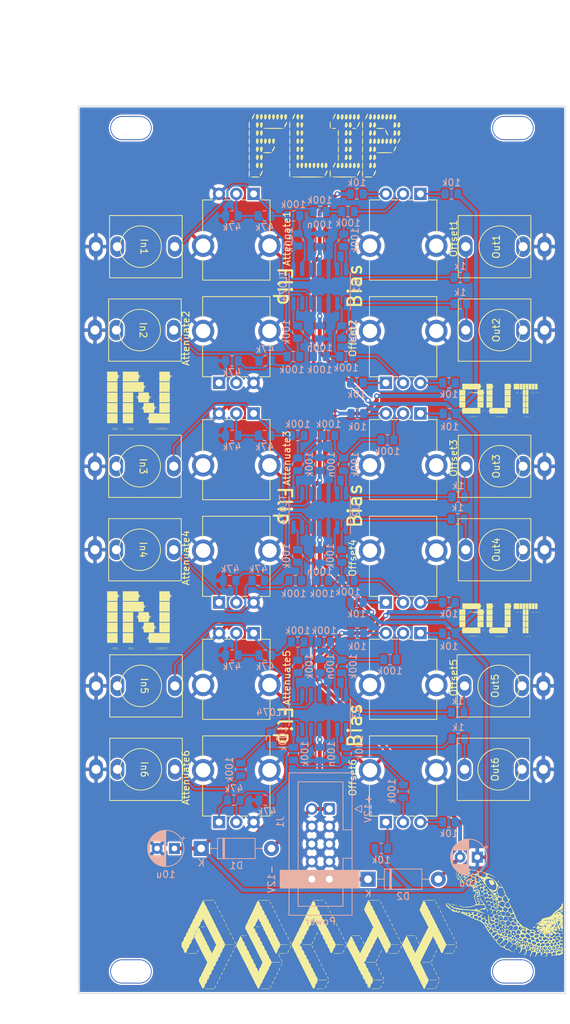
<source format=kicad_pcb>
(kicad_pcb (version 20210228) (generator pcbnew)
  (layers (0 "F.Cu" signal) (31 "B.Cu" signal) (34 "B.Paste" user) (35 "F.Paste" user) (36 "B.SilkS" user "B.Silkscreen") (37 "F.SilkS" user "F.Silkscreen") (38 "B.Mask" user) (39 "F.Mask" user) (44 "Edge.Cuts" user))
  (net 0 "")
  (net 1 "GND")
  (net 2 "+12V")
  (net 3 "-12V")
  (net 4 "Net-(D1-Pad2)")
  (net 5 "Net-(D2-Pad1)")
  (net 6 "Net-(Attenuate1-Pad2)")
  (net 7 "Net-(Attenuate1-Pad1)")
  (net 8 "Net-(Attenuate2-Pad2)")
  (net 9 "Net-(Attenuate2-Pad1)")
  (net 10 "Net-(Attenuate3-Pad2)")
  (net 11 "Net-(R5-Pad2)")
  (net 12 "Net-(R6-Pad2)")
  (net 13 "Net-(R7-Pad2)")
  (net 14 "Net-(R10-Pad1)")
  (net 15 "Net-(R15-Pad2)")
  (net 16 "Net-(R10-Pad2)")
  (net 17 "Net-(R17-Pad2)")
  (net 18 "Net-(R18-Pad2)")
  (net 19 "Net-(Attenuate3-Pad1)")
  (net 20 "Net-(Attenuate4-Pad2)")
  (net 21 "Net-(Attenuate4-Pad1)")
  (net 22 "Net-(Attenuate5-Pad2)")
  (net 23 "Net-(Attenuate5-Pad1)")
  (net 24 "Net-(Attenuate6-Pad2)")
  (net 25 "Net-(Attenuate6-Pad1)")
  (net 32 "Net-(Offset1-Pad3)")
  (net 33 "Net-(Offset1-Pad2)")
  (net 34 "Net-(Offset1-Pad1)")
  (net 35 "Net-(Offset2-Pad3)")
  (net 36 "Net-(Offset2-Pad2)")
  (net 37 "Net-(Offset2-Pad1)")
  (net 38 "Net-(Offset3-Pad3)")
  (net 39 "Net-(Offset3-Pad2)")
  (net 40 "Net-(Offset3-Pad1)")
  (net 41 "Net-(Offset4-Pad3)")
  (net 42 "Net-(Offset4-Pad2)")
  (net 43 "Net-(Offset4-Pad1)")
  (net 44 "Net-(Offset5-Pad3)")
  (net 45 "Net-(Offset5-Pad2)")
  (net 46 "Net-(Offset5-Pad1)")
  (net 47 "Net-(Offset6-Pad3)")
  (net 48 "Net-(Offset6-Pad2)")
  (net 49 "Net-(Offset6-Pad1)")
  (net 50 "Net-(Out1-Pad3)")
  (net 52 "Net-(Out2-Pad3)")
  (net 54 "Net-(Out3-Pad3)")
  (net 56 "Net-(Out4-Pad3)")
  (net 58 "Net-(Out5-Pad3)")
  (net 60 "Net-(Out6-Pad3)")
  (net 62 "Net-(R25-Pad2)")
  (net 63 "Net-(R26-Pad2)")
  (net 64 "Net-(R27-Pad2)")
  (net 65 "Net-(R28-Pad2)")
  (net 66 "Net-(R29-Pad2)")
  (net 67 "Net-(R30-Pad2)")
  (net 68 "Net-(R37-Pad2)")
  (net 69 "Net-(R38-Pad2)")
  (net 70 "Net-(R45-Pad2)")
  (net 71 "Net-(R46-Pad2)")
  (net 72 "Net-(R47-Pad2)")
  (net 73 "Net-(R48-Pad2)")
  (net 74 "Net-(R49-Pad2)")
  (net 75 "Net-(R50-Pad2)")
  (net 76 "Net-(R57-Pad2)")
  (net 77 "Net-(R58-Pad2)")
  (footprint "Potentiometer_THT:Potentiometer_GND_Alpha_RD901F-40-00D_Single_Vertical_CircularHoles" (layer "F.Cu") (at 158.71 81.905 -90)
    (fp_text reference "Offset3")
    (fp_text value "100k")
  )
  (footprint "Potentiometer_THT:Potentiometer_GND_Alpha_RD901F-40-00D_Single_Vertical_CircularHoles" (layer "F.Cu") (at 153.71 77.48 90)
    (fp_text reference "Offset2")
    (fp_text value "100k")
  )
  (footprint "kicad_libraries:OUT" (layer "F.Cu") (at 170.18 80.01)
    (fp_text reference "G***")
    (fp_text value "LOGO" hide)
  )
  (footprint "kicad_libraries:OUT" (layer "F.Cu") (at 170.18 111.76)
    (fp_text reference "G***")
    (fp_text value "LOGO" hide)
  )
  (footprint "Panel Holes:3.2mm slot" (layer "F.Cu") (at 116.84 40.64)
    (fp_text reference "REF**" hide)
    (fp_text value "3.2mm slot")
  )
  (footprint "kicad_libraries:Thonkiconn" (layer "F.Cu") (at 170.02 133.35 90)
    (fp_text reference "Out6")
    (fp_text value "Thonkiconn")
  )
  (footprint "kicad_libraries:IN" (layer "F.Cu") (at 118.11 111.76)
    (fp_text reference "G***")
    (fp_text value "LOGO" hide)
  )
  (footprint "Potentiometer_THT:Potentiometer_GND_Alpha_RD901F-40-00D_Single_Vertical_CircularHoles" (layer "F.Cu") (at 129.58 109.23 90)
    (fp_text reference "Attenuate4")
    (fp_text value "100k")
  )
  (footprint "Panel Holes:3.2mm slot" (layer "F.Cu") (at 116.84 162.56)
    (fp_text reference "REF**" hide)
    (fp_text value "3.2mm slot")
  )
  (footprint "kicad_libraries:IN" (layer "F.Cu") (at 118.11 80.01)
    (fp_text reference "G***")
    (fp_text value "LOGO" hide)
  )
  (footprint "kicad_libraries:Thonkiconn" (layer "F.Cu") (at 118.27 121.285 -90)
    (fp_text reference "In5")
    (fp_text value "Thonkiconn")
  )
  (footprint "kicad_libraries:ASCII mid size" (layer "F.Cu") (at 144.145 158.75)
    (fp_text reference "G***")
    (fp_text value "LOGO" hide)
  )
  (footprint "Potentiometer_THT:Potentiometer_GND_Alpha_RD901F-40-00D_Single_Vertical_CircularHoles" (layer "F.Cu") (at 153.71 140.98 90)
    (fp_text reference "Offset6")
    (fp_text value "100k")
  )
  (footprint "Panel Holes:3.2mm slot" (layer "F.Cu") (at 172.085 40.64)
    (fp_text reference "REF**" hide)
    (fp_text value "3.2mm slot")
  )
  (footprint "kicad_libraries:FLIP" (layer "F.Cu") (at 144.78 43.18)
    (fp_text reference "G***")
    (fp_text value "LOGO" hide)
  )
  (footprint "Potentiometer_THT:Potentiometer_GND_Alpha_RD901F-40-00D_Single_Vertical_CircularHoles" (layer "F.Cu") (at 134.58 113.655 -90)
    (fp_text reference "Attenuate5")
    (fp_text value "100k")
  )
  (footprint "kicad_libraries:Thonkiconn" (layer "F.Cu") (at 170.18 101.6 90)
    (fp_text reference "Out4")
    (fp_text value "Thonkiconn")
  )
  (footprint "kicad_libraries:small snake" (layer "F.Cu") (at 170.815 152.4)
    (fp_text reference "G***")
    (fp_text value "LOGO" hide)
  )
  (footprint "kicad_libraries:Thonkiconn" (layer "F.Cu") (at 118.11 69.85 -90)
    (fp_text reference "In2")
    (fp_text value "Thonkiconn")
  )
  (footprint "kicad_libraries:Thonkiconn" (layer "F.Cu") (at 170.02 121.285 90)
    (fp_text reference "Out5")
    (fp_text value "Thonkiconn")
  )
  (footprint "Panel Holes:3.2mm slot" (layer "F.Cu") (at 172.085 162.56)
    (fp_text reference "REF**" hide)
    (fp_text value "3.2mm slot")
  )
  (footprint "kicad_libraries:Thonkiconn" (layer "F.Cu") (at 170.18 89.535 90)
    (fp_text reference "Out3")
    (fp_text value "Thonkiconn")
  )
  (footprint "Potentiometer_THT:Potentiometer_GND_Alpha_RD901F-40-00D_Single_Vertical_CircularHoles" (layer "F.Cu") (at 129.58 140.98 90)
    (fp_text reference "Attenuate6")
    (fp_text value "100k")
  )
  (footprint "kicad_libraries:Thonkiconn" (layer "F.Cu") (at 170.18 69.85 90)
    (fp_text reference "Out2")
    (fp_text value "Thonkiconn")
  )
  (footprint "kicad_libraries:Thonkiconn" (layer "F.Cu") (at 118.27 133.35 -90)
    (fp_text reference "In6")
    (fp_text value "Thonkiconn")
  )
  (footprint "Potentiometer_THT:Potentiometer_GND_Alpha_RD901F-40-00D_Single_Vertical_CircularHoles" (layer "F.Cu") (at 158.71 50.155 -90)
    (fp_text reference "Offset1")
    (fp_text value "100k")
  )
  (footprint "Potentiometer_THT:Potentiometer_GND_Alpha_RD901F-40-00D_Single_Vertical_CircularHoles" (layer "F.Cu") (at 158.71 113.655 -90)
    (fp_text reference "Offset5")
    (fp_text value "100k")
  )
  (footprint "Potentiometer_THT:Potentiometer_GND_Alpha_RD901F-40-00D_Single_Vertical_CircularHoles" (layer "F.Cu") (at 153.71 109.23 90)
    (fp_text reference "Offset4")
    (fp_text value "100k")
  )
  (footprint "Potentiometer_THT:Potentiometer_GND_Alpha_RD901F-40-00D_Single_Vertical_CircularHoles" (layer "F.Cu") (at 129.58 77.48 90)
    (fp_text reference "Attenuate2")
    (fp_text value "100k")
  )
  (footprint "kicad_libraries:Thonkiconn" (layer "F.Cu") (at 118.245 57.785 -90)
    (fp_text reference "In1")
    (fp_text value "Thonkiconn")
  )
  (footprint "kicad_libraries:Thonkiconn" (layer "F.Cu") (at 170.18 57.785 90)
    (fp_text reference "Out1")
    (fp_text value "Thonkiconn")
  )
  (footprint "kicad_libraries:Thonkiconn" (layer "F.Cu") (at 118.11 101.6 -90)
    (fp_text reference "In4")
    (fp_text value "Thonkiconn")
  )
  (footprint "Potentiometer_THT:Potentiometer_GND_Alpha_RD901F-40-00D_Single_Vertical_CircularHoles" (layer "F.Cu") (at 134.58 50.155 -90)
    (fp_text reference "Attenuate1")
    (fp_text value "100k")
  )
  (footprint "Potentiometer_THT:Potentiometer_GND_Alpha_RD901F-40-00D_Single_Vertical_CircularHoles" (layer "F.Cu") (at 134.58 81.905 -90)
    (fp_text reference "Attenuate3")
    (fp_text value "100k")
  )
  (footprint "kicad_libraries:Thonkiconn" (layer "F.Cu") (at 118.11 89.535 -90)
    (fp_text reference "In3")
    (fp_text value "Thonkiconn")
  )
  (footprint "Resistor_SMD:R_0805_2012MetricValue" (layer "B.Cu") (at 140.97 118.4675 -90)
    (fp_text reference "R47")
    (fp_text value "100k")
  )
  (footprint "Resistor_SMD:R_0805_2012MetricValue" (layer "B.Cu") (at 140.335 73.66)
    (fp_text reference "R6")
    (fp_text value "100k")
  )
  (footprint "Connector_IDC:IDC-Header_2x05_P2.54mm_Vertical" (layer "B.Cu") (at 145.5325 139.065 180)
    (fp_text reference "J1")
    (fp_text value "Power")
  )
  (footprint "Capacitor_SMD:C_0805_2012MetricVal" (layer "B.Cu") (at 144.145 118.43 -90)
    (fp_text reference "C7")
    (fp_text value "100n")
  )
  (footprint "Resistor_SMD:R_0805_2012MetricValue" (layer "B.Cu") (at 136.1675 85.09 180)
    (fp_text reference "R22")
    (fp_text value "47k")
  )
  (footprint "Package_SO:SOIC-14_3.9x8.7mm_P1.27mm" (layer "B.Cu") (at 144.145 125.095 90)
    (fp_text reference "U3")
    (fp_text value "TL074")
  )
  (footprint "Resistor_SMD:R_0805_2012MetricValue" (layer "B.Cu") (at 140.97 102.5125 90)
    (fp_text reference "R28")
    (fp_text value "100k")
  )
  (footprint "Diode_THT:D_DO-41_SOD81_P10.16mm_Horizontal" (layer "B.Cu") (at 127 144.78)
    (fp_text reference "D1")
    (fp_text value "1N5817")
  )
  (footprint "Resistor_SMD:R_0805_2012MetricValue" (layer "B.Cu") (at 164.465 66.04)
    (fp_text reference "R20")
    (fp_text value "1k")
  )
  (footprint "Resistor_SMD:R_0805_2012MetricValue" (layer "B.Cu") (at 147.5975 89.2575 -90)
    (fp_text reference "R38")
    (fp_text value "100k")
  )
  (footprint "Resistor_SMD:R_0805_2012MetricValue" (layer "B.Cu") (at 154.305 117.475 180)
    (fp_text reference "R55")
    (fp_text value "100k")
  )
  (footprint "Resistor_SMD:R_0805_2012MetricValue" (layer "B.Cu") (at 153.9475 85.725 180)
    (fp_text reference "R35")
    (fp_text value "100k")
  )
  (footprint "Resistor_SMD:R_0805_2012MetricValue" (layer "B.Cu") (at 140.97 70.1275 90)
    (fp_text reference "R8")
    (fp_text value "100k")
  )
  (footprint "Resistor_SMD:R_0805_2012MetricValue" (layer "B.Cu") (at 140.97 89.2575 -90)
    (fp_text reference "R27")
    (fp_text value "100k")
  )
  (footprint "Resistor_SMD:R_0805_2012MetricValue" (layer "B.Cu") (at 144.145 52.705)
    (fp_text reference "R9")
    (fp_text value "100k")
  )
  (footprint "Diode_THT:D_DO-41_SOD81_P10.16mm_Horizontal" (layer "B.Cu") (at 151.13 149.225)
    (fp_text reference "D2")
    (fp_text value "1N5817")
  )
  (footprint "Resistor_SMD:R_0805_2012MetricValue" (layer "B.Cu") (at 145.415 85.09)
    (fp_text reference "R29")
    (fp_text value "100k")
  )
  (footprint "Resistor_SMD:R_0805_2012MetricValue" (layer "B.Cu") (at 147.32 102.5125 90)
    (fp_text reference "R37")
    (fp_text value "100k")
  )
  (footprint "Resistor_SMD:R_0805_2012MetricValue" (layer "B.Cu") (at 140.97 114.935)
    (fp_text reference "R45")
    (fp_text value "100k")
  )
  (footprint "Resistor_SMD:R_0805_2012MetricValue" (layer "B.Cu") (at 131.445 74.295 180)
    (fp_text reference "R3")
    (fp_text value "47k")
  )
  (footprint "Resistor_SMD:R_0805_2012MetricValue" (layer "B.Cu") (at 131.7225 137.795)
    (fp_text reference "R44")
    (fp_text value "47k")
  )
  (footprint "Resistor_SMD:R_0805_2012MetricValue" (layer "B.Cu") (at 148.2325 52.705 180)
    (fp_text reference "R15")
    (fp_text value "100k")
  )
  (footprint "Resistor_SMD:R_0805_2012MetricValue" (layer "B.Cu") (at 144.78 114.935)
    (fp_text reference "R49")
    (fp_text value "100k")
  )
  (footprint "Resistor_SMD:R_0805_2012MetricValue" (layer "B.Cu") (at 131.445 116.84 180)
    (fp_text reference "R41")
    (fp_text value "47k")
  )
  (footprint "Resistor_SMD:R_0805_2012MetricValue" (layer "B.Cu") (at 132.715 133.35 90)
    (fp_text reference "R46")
    (fp_text value "100k")
  )
  (footprint "Resistor_SMD:R_0805_2012MetricValue" (layer "B.Cu") (at 149.5025 109.22 180)
    (fp_text reference "R33")
    (fp_text value "10k")
  )
  (footprint "Resistor_SMD:R_0805_2012MetricValue" (layer "B.Cu") (at 140.6125 106.045)
    (fp_text reference "R26")
    (fp_text value "100k")
  )
  (footprint "Resistor_SMD:R_0805_2012MetricValue" (layer "B.Cu") (at 147.32 70.1275 -90)
    (fp_text reference "R17")
    (fp_text value "100k")
  )
  (footprint "Resistor_SMD:R_0805_2012MetricValue" (layer "B.Cu") (at 164.1075 97.155)
    (fp_text reference "R40")
    (fp_text value "1k")
  )
  (footprint "Resistor_SMD:R_0805_2012MetricValue" (layer "B.Cu") (at 136.1675 53.34 180)
    (fp_text reference "R2")
    (fp_text value "47k")
  )
  (footprint "Resistor_SMD:R_0805_2012MetricValue" (layer "B.Cu") (at 164.1875 93.98)
    (fp_text reference "R39")
    (fp_text value "1k")
  )
  (footprint "Resistor_SMD:R_0805_2012MetricValue" (layer "B.Cu") (at 137.16 128.905 -90)
    (fp_text reference "R48")
    (fp_text value "100k")
  )
  (footprint "Resistor_SMD:R_0805_2012MetricValue" (layer "B.Cu") (at 147.955 73.66 180)
    (fp_text reference "R16")
    (fp_text value "100k")
  )
  (footprint "Resistor_SMD:R_0805_2012MetricValue" (layer "B.Cu") (at 149.5825 81.915)
    (fp_text reference "R32")
    (fp_text value "10k")
  )
  (footprint "Resistor_SMD:R_0805_2012MetricValue" (layer "B.Cu") (at 131.445 85.09 180)
    (fp_text reference "R21")
    (fp_text value "47k")
  )
  (footprint "Resistor_SMD:R_0805_2012MetricValue" (layer "B.Cu") (at 131.0875 106.045 180)
    (fp_text reference "R23")
    (fp_text value "47k")
  )
  (footprint "Package_SO:SOIC-14_3.9x8.7mm_P1.27mm" (layer "B.Cu") (at 144.145 95.885 90)
    (fp_text reference "U2")
    (fp_text value "TL074")
  )
  (footprint "Resistor_SMD:R_0805_2012MetricValue" (layer "B.Cu") (at 144.5025 106.045)
    (fp_text reference "R30")
    (fp_text value "100k")
  )
  (footprint "Resistor_SMD:R_0805_2012MetricValue" (layer "B.Cu") (at 162.9175 81.915)
    (fp_text reference "R31")
    (fp_text value "10k")
  )
  (footprint "Capacitor_SMD:C_0805_2012MetricVal" (layer "B.Cu") (at 144.145 89.22 -90)
    (fp_text reference "C5")
    (fp_text value "100n")
  )
  (footprint "Resistor_SMD:R_0805_2012MetricValue" (layer "B.Cu") (at 164.465 62.23)
    (fp_text reference "R19")
    (fp_text value "1k")
  )
  (footprint "Resistor_SMD:R_0805_2012MetricValue" (layer "B.Cu") (at 144.145 73.66)
    (fp_text reference "R10")
    (fp_text value "100k")
  )
  (footprint "Resistor_SMD:R_0805_2012MetricValue" (layer "B.Cu") (at 140.335 53.34)
    (fp_text reference "R5")
    (fp_text value "100k")
  )
  (footprint "Resistor_SMD:R_0805_2012MetricValue" (layer "B.Cu") (at 135.255 106.045)
    (fp_text reference "R24")
    (fp_text value "47k")
  )
  (footprint "Resistor_SMD:R_0805_2012MetricValue" (layer "B.Cu") (at 140.97 56.7925 -90)
    (fp_text reference "R7")
    (fp_text value "100k")
  )
  (footprint "Resistor_SMD:R_0805_2012MetricValue" (layer "B.Cu") (at 153.035 144.78 180)
    (fp_text reference "R53")
    (fp_text value "10k")
  )
  (footprint "Capacitor_THT:CP_Radial_D5.0mm_P2.50mm" (layer "B.Cu") (at 123.125113 144.78 180)
    (fp_text reference "C1")
    (fp_text value "10u")
  )
  (footprint "Capacitor_THT:CP_Radial_D5.0mm_P2.50mm" (layer "B.Cu") (at 166.940113 146.05 180)
    (fp_text reference "C2")
    (fp_text value "10u")
  )
  (footprint "Resistor_SMD:R_0805_2012MetricValue" (layer "B.Cu") (at 149.5825 113.665)
    (fp_text reference "R52")
    (fp_text value "10k")
  )
  (footprint "Capacitor_SMD:C_0805_2012MetricVal" (layer "B.Cu") (at 144.145 131.125 -90)
    (fp_text reference "C8")
    (fp_text value "100n")
  )
  (footprint "Resistor_SMD:R_0805_2012MetricValue" (layer "B.Cu") (at 164.1075 125.095)
    (fp_text reference "R59")
    (fp_text value "1k")
  )
  (footprint "Resistor_SMD:R_0805_2012MetricValue" (layer "B.Cu") (at 131.445 53.34 180)
    (fp_text reference "R1")
    (fp_text value "47k")
  )
  (footprint "Resistor_SMD:R_0805_2012MetricValue" (layer "B.Cu") (at 162.8375 140.97 180)
    (fp_text reference "R54")
    (fp_text value "10k")
  )
  (footprint "Package_SO:SOIC-14_3.9x8.7mm_P1.27mm" (layer "B.Cu") (at 144.145 63.5 90)
    (fp_text reference "U1")
    (fp_text value "TL074")
  )
  (footprint "Resistor_SMD:R_0805_2012MetricValue" (layer "B.Cu") (at 136.2475 74.295)
    (fp_text reference "R4")
    (fp_text value "47k")
  )
  (footprint "Resistor_SMD:R_0805_2012MetricValue" (layer "B.Cu") (at 140.335 131.0875 -90)
    (fp_text reference "R50")
    (fp_text value "100k")
  )
  (footprint "Resistor_SMD:R_0805_2012MetricValue" (layer "B.Cu") (at 140.97 85.09)
    (fp_text reference "R25")
    (fp_text value "100k")
  )
  (footprint "Resistor_SMD:R_0805_2012MetricValue" (layer "B.Cu") (at 147.32 118.4675 -90)
    (fp_text reference "R58")
    (fp_text value "100k")
  )
  (footprint "Resistor_SMD:R_0805_2012MetricValue" (layer "B.Cu") (at 162.8375 113.665)
    (fp_text reference "R51")
    (fp_text value "10k")
  )
  (footprint "Resistor_SMD:R_0805_2012MetricValue" (layer "B.Cu") (at 149.5025 50.165)
    (fp_text reference "R12")
    (fp_text value "10k")
  )
  (footprint "Resistor_SMD:R_0805_2012MetricValue" (layer "B.Cu") (at 163.195 50.165)
    (fp_text reference "R11")
    (fp_text value "10k")
  )
  (footprint "Resistor_SMD:R_0805_2012MetricValue" (layer "B.Cu") (at 147.955 131.0875 90)
    (fp_text reference "R57")
    (fp_text value "100k")
  )
  (footprint "Resistor_SMD:R_0805_2012MetricValue" (layer "B.Cu") (at 162.8375 109.22 180)
    (fp_text reference "R34")
    (fp_text value "10k")
  )
  (footprint "Capacitor_SMD:C_0805_2012MetricVal" (layer "B.Cu") (at 144.145 56.835 -90)
    (fp_text reference "C3")
    (fp_text value "100n")
  )
  (footprint "Resistor_SMD:R_0805_2012MetricValue" (layer "B.Cu") (at 147.5975 56.8725 -90)
    (fp_text reference "R18")
    (fp_text value "100k")
  )
  (footprint "Resistor_SMD:R_0805_2012MetricValue" (layer "B.Cu") (at 156.21 136.525 90)
    (fp_text reference "R56")
    (fp_text value "100k")
  )
  (footprint "Resistor_SMD:R_0805_2012MetricValue" (layer "B.Cu") (at 136.2475 137.795 180)
    (fp_text reference "R43")
    (fp_text value "47k")
  )
  (footprint "Resistor_SMD:R_0805_2012MetricValue" (layer "B.Cu") (at 148.2325 106.045 180)
    (fp_text reference "R36")
    (fp_text value "100k")
  )
  (footprint "Resistor_SMD:R_0805_2012MetricValue" (layer "B.Cu") (at 149.5025 77.47 180)
    (fp_text reference "R13")
    (fp_text value "10k")
  )
  (footprint "Resistor_SMD:R_0805_2012MetricValue" (layer "B.Cu") (at 164.1875 128.905)
    (fp_text reference "R60")
    (fp_text value "1k")
  )
  (footprint "Resistor_SMD:R_0805_2012MetricValue" (layer "B.Cu") (at 136.2475 116.84 180)
    (fp_text reference "R42")
    (fp_text value "47k")
  )
  (footprint "Capacitor_SMD:C_0805_2012MetricVal" (layer "B.Cu") (at 144.145 102.55 -90)
    (fp_text reference "C6")
    (fp_text value "100n")
  )
  (footprint "Resistor_SMD:R_0805_2012MetricValue" (layer "B.Cu") (at 162.8375 77.47 180)
    (fp_text reference "R14")
    (fp_text value "10k")
  )
  (footprint "Capacitor_SMD:C_0805_2012MetricVal" (layer "B.Cu") (at 144.145 70.165 -90)
    (fp_text reference "C4")
    (fp_text value "100n")
  )
  (gr_rect (start 149.86 150.495) (end 138.43 147.955) (layer "B.SilkS") (width 0.15) (fill solid))
  (gr_rect (start 109.22 37.465) (end 179.705 165.735) (layer "Edge.Cuts") (width 0.1) (fill none))
  (gr_text "-12V" (at 137.16 149.225 90) (layer "B.SilkS") (effects (font (size 1 1)) (justify mirror)))
  (gr_text "+12V" (at 151.13 139.065 90) (layer "B.SilkS") (effects (font (size 1 1)) (justify mirror)))
  (gr_text "Flip" (at 139.065 95.25 270) (layer "F.SilkS") (effects (font (size 2 2) (thickness 0.3))))
  (gr_text "Flip" (at 139.065 63.5 270) (layer "F.SilkS") (effects (font (size 2 2) (thickness 0.3))))
  (gr_text "Bias" (at 149.225 127 90) (layer "F.SilkS") (effects (font (size 2 2) (thickness 0.3))))
  (gr_text "Bias" (at 149.225 63.5 90) (layer "F.SilkS") (effects (font (size 2 2) (thickness 0.3))))
  (gr_text "Flip" (at 139.065 127 270) (layer "F.SilkS") (effects (font (size 2 2) (thickness 0.3))))
  (gr_text "Bias" (at 149.225 95.25 90) (layer "F.SilkS") (effects (font (size 2 2) (thickness 0.3))))
  (segment (start 127 144.78) (end 123.125113 144.78) (width 0.5588) (layer "F.Cu") (net 2))
  (segment (start 127 144.78) (end 128.582111 143.197889) (width 0.5588) (layer "F.Cu") (net 2))
  (segment (start 134.407636 143.197889) (end 144.145 133.460525) (width 0.5588) (layer "F.Cu") (net 2))
  (segment (start 144.145 73.025) (end 151.13 80.01) (width 0.5588) (layer "F.Cu") (net 2))
  (segment (start 144.145 67.818) (end 144.145 73.025) (width 0.5588) (layer "F.Cu") (net 2))
  (segment (start 144.145 103.114222) (end 151.642889 110.612111) (width 0.5588) (layer "F.Cu") (net 2))
  (segment (start 144.145 100.203) (end 144.145 103.114222) (width 0.5588) (layer "F.Cu") (net 2))
  (segment (start 144.145 133.460525) (end 144.145 129.032) (width 0.5588) (layer "F.Cu") (net 2))
  (segment (start 128.582111 143.197889) (end 134.407636 143.197889) (width 0.5588) (layer "F.Cu") (net 2))
  (via (at 151.642889 110.612111) (size 0.8) (drill 0.4) (layers "F.Cu" "B.Cu") (net 2))
  (via (at 151.13 80.01) (size 0.8) (drill 0.4) (layers "F.Cu" "B.Cu") (net 2))
  (via (at 144.145 129.032) (size 0.8) (drill 0.4) (layers "F.Cu" "B.Cu") (net 2))
  (via (at 144.145 100.203) (size 0.8) (drill 0.4) (layers "F.Cu" "B.Cu") (net 2))
  (via (at 151.13 80.01) (size 0.8) (drill 0.4) (layers "F.Cu" "B.Cu") (net 2))
  (via (at 144.145 67.818) (size 0.8) (drill 0.4) (layers "F.Cu" "B.Cu") (net 2))
  (segment (start 133.027111 150.807111) (end 157.449611 150.807111) (width 0.5588) (layer "B.Cu") (net 2))
  (segment (start 148.59 77.47) (end 151.13 80.01) (width 0.5588) (layer "B.Cu") (net 2))
  (segment (start 157.449611 150.807111) (end 164.650802 150.807111) (width 0.5588) (layer "B.Cu") (net 2))
  (segment (start 151.13 80.01) (end 151.642889 80.522889) (width 0.5588) (layer "B.Cu") (net 2))
  (segment (start 166.74212 110.67288) (end 163.75 113.665) (width 0.5588) (layer "B.Cu") (net 2))
  (segment (start 151.642889 80.522889) (end 162.437889 80.522889) (width 0.5588) (layer "B.Cu") (net 2))
  (segment (start 144.145 69.215) (end 144.145 67.818) (width 0.5588) (layer "B.Cu") (net 2))
  (segment (start 164.650802 150.807111) (end 168.275 147.182913) (width 0.5588) (layer "B.Cu") (net 2))
  (segment (start 144.145 101.6) (end 144.145 100.203) (width 0.5588) (layer "B.Cu") (net 2))
  (segment (start 151.642889 111.002889) (end 152.7575 112.1175) (width 0.5588) (layer "B.Cu") (net 2))
  (segment (start 149.282111 110.612111) (end 151.642889 110.612111) (width 0.5588) (layer "B.Cu") (net 2))
  (segment (start 152.7575 112.1175) (end 162.2025 112.1175) (width 0.5588) (layer "B.Cu") (net 2))
  (segment (start 166.74212 84.82712) (end 166.74212 110.67288) (width 0.5588) (layer "B.Cu") (net 2))
  (segment (start 148.59 109.92) (end 149.282111 110.612111) (width 0.5588) (layer "B.Cu") (net 2))
  (segment (start 144.145 100.203) (end 144.145 98.36) (width 0.5588) (layer "B.Cu") (net 2))
  (segment (start 144.145 129.032) (end 144.145 127.57) (width 0.5588) (layer "B.Cu") (net 2))
  (segment (start 162.2025 112.1175) (end 163.75 113.665) (width 0.5588) (layer "B.Cu") (net 2))
  (segment (start 148.59 109.22) (end 148.59 109.92) (width 0.5588) (layer "B.Cu") (net 2))
  (segment (start 168.275 118.19) (end 163.75 113.665) (width 0.5588) (layer "B.Cu") (net 2))
  (segment (start 144.145 67.818) (end 144.145 65.975) (width 0.5588) (layer "B.Cu") (net 2))
  (segment (start 166.74212 52.79962) (end 166.74212 79.00288) (width 0.5588) (layer "B.Cu") (net 2))
  (segment (start 168.275 147.182913) (end 168.275 118.19) (width 0.5588) (layer "B.Cu") (net 2))
  (segment (start 162.437889 80.522889) (end 163.83 81.915) (width 0.5588) (layer "B.Cu") (net 2))
  (segment (start 163.83 81.915) (end 166.74212 84.82712) (width 0.5588) (layer "B.Cu") (net 2))
  (segment (start 144.145 130.175) (end 144.145 129.032) (width 0.5588) (layer "B.Cu") (net 2))
  (segment (start 152.1225 144.78) (end 152.1225 145.48) (width 0.5588) (layer "B.Cu") (net 2))
  (segment (start 127 144.78) (end 133.027111 150.807111) (width 0.5588) (layer "B.Cu") (net 2))
  (segment (start 152.1225 145.48) (end 157.449611 150.807111) (width 0.5588) (layer "B.Cu") (net 2))
  (segment (start 166.74212 79.00288) (end 163.83 81.915) (width 0.5588) (layer "B.Cu") (net 2))
  (segment (start 164.1075 50.165) (end 166.74212 52.79962) (width 0.5588) (layer "B.Cu") (net 2))
  (segment (start 151.642889 110.612111) (end 151.642889 111.002889) (width 0.5588) (layer "B.Cu") (net 2))
  (segment (start 152.4 80.045525) (end 150.530525 81.915) (width 0.5588) (layer "F.Cu") (net 3))
  (segment (start 161.29 149.200113) (end 164.440113 146.05) (width 0.5588) (layer "F.Cu") (net 3))
  (segment (start 144.145 91.567) (end 143.262889 92.449111) (width 0.5588) (layer "F.Cu") (net 3))
  (segment (start 164.440113 141.072113) (end 164.440113 146.05) (width 0.5588) (layer "F.Cu") (net 3))
  (segment (start 147.32 113.665) (end 143.262889 117.722111) (width 0.5588) (layer "F.Cu") (net 3))
  (segment (start 143.262889 117.722111) (end 143.262889 119.894889) (width 0.5588) (layer "F.Cu") (net 3))
  (segment (start 161.29 149.225) (end 161.29 149.200113) (width 0.5588) (layer "F.Cu") (net 3))
  (segment (start 144.145 84.455) (end 144.145 91.567) (width 0.5588) (layer "F.Cu") (net 3))
  (segment (start 143.262889 92.449111) (end 143.262889 117.722111) (width 0.5588) (layer "F.Cu") (net 3))
  (segment (start 143.262889 60.064111) (end 143.262889 78.492889) (width 0.5588) (layer "F.Cu") (net 3))
  (segment (start 144.145 52.705) (end 144.145 59.182) (width 0.5588) (layer "F.Cu") (net 3))
  (segment (start 143.262889 78.492889) (end 146.685 81.915) (width 0.5588) (layer "F.Cu") (net 3))
  (segment (start 153.67 111.125) (end 151.13 113.665) (width 0.5588) (layer "F.Cu") (net 3))
  (segment (start 146.685 50.165) (end 144.145 52.705) (width 0.5588) (layer "F.Cu") (net 3))
  (segment (start 146.685 81.915) (end 144.145 84.455) (width 0.5588) (layer "F.Cu") (net 3))
  (segment (start 144.145 59.182) (end 143.262889 60.064111) (width 0.5588) (layer "F.Cu") (net 3))
  (segment (start 143.262889 119.894889) (end 144.145 120.777) (width 0.5588) (layer "F.Cu") (net 3))
  (segment (start 144.145 120.777) (end 164.440113 141.072113) (width 0.5588) (layer "F.Cu") (net 3))
  (segment (start 150.530525 81.915) (end 146.685 81.915) (width 0.5588) (layer "F.Cu") (net 3))
  (segment (start 151.13 113.665) (end 147.32 113.665) (width 0.5588) (layer "F.Cu") (net 3))
  (segment (start 152.4 79.375) (end 152.4 80.045525) (width 0.5588) (layer "F.Cu") (net 3))
  (via (at 144.145 120.777) (size 0.8) (drill 0.4) (layers "F.Cu" "B.Cu") (net 3))
  (via (at 147.32 113.665) (size 0.8) (drill 0.4) (layers "F.Cu" "B.Cu") (net 3))
  (via (at 144.145 59.182) (size 0.8) (drill 0.4) (layers "F.Cu" "B.Cu") (net 3))
  (via (at 152.4 79.375) (size 0.8) (drill 0.4) (layers "F.Cu" "B.Cu") (net 3))
  (via (at 144.145 91.567) (size 0.8) (drill 0.4) (layers "F.Cu" "B.Cu") (net 3))
  (via (at 146.685 81.915) (size 0.8) (drill 0.4) (layers "F.Cu" "B.Cu") (net 3))
  (via (at 146.685 50.165) (size 0.8) (drill 0.4) (layers "F.Cu" "B.Cu") (net 3))
  (via (at 153.67 111.125) (size 0.8) (drill 0.4) (layers "F.Cu" "B.Cu") (net 3))
  (segment (start 163.75 77.47) (end 161.845 79.375) (width 0.5588) (layer "B.Cu") (net 3))
  (segment (start 164.440113 141.660113) (end 163.75 140.97) (width 0.5588) (layer "B.Cu") (net 3))
  (segment (start 161.845 79.375) (end 152.4 79.375) (width 0.5588) (layer "B.Cu") (net 3))
  (segment (start 148.67 81.915) (end 146.685 81.915) (width 0.5588) (layer "B.Cu") (net 3))
  (segment (start 144.145 61.025) (end 144.145 59.182) (width 0.5588) (layer "B.Cu") (net 3))
  (segment (start 144.145 59.182) (end 144.145 57.785) (width 0.5588) (layer "B.Cu") (net 3))
  (segment (start 154.182889 110.612111) (end 153.67 111.125) (width 0.5588) (layer "B.Cu") (net 3))
  (segment (start 144.145 91.567) (end 144.145 90.17) (width 0.5588) (layer "B.Cu") (net 3))
  (segment (start 144.145 120.777) (end 144.145 119.38) (width 0.5588) (layer "B.Cu") (net 3))
  (segment (start 144.145 122.62) (end 144.145 120.777) (width 0.5588) (layer "B.Cu") (net 3))
  (segment (start 148.67 113.665) (end 147.32 113.665) (width 0.5588) (layer "B.Cu") (net 3))
  (segment (start 162.357889 110.612111) (end 154.182889 110.612111) (width 0.5588) (layer "B.Cu") (net 3))
  (segment (start 164.440113 146.05) (end 164.440113 141.660113) (width 0.5588) (layer "B.Cu") (net 3))
  (segment (start 144.145 93.41) (end 144.145 91.567) (width 0.5588) (layer "B.Cu") (net 3))
  (segment (start 148.59 50.165) (end 146.685 50.165) (width 0.5588) (layer "B.Cu") (net 3))
  (segment (start 163.75 109.22) (end 162.357889 110.612111) (width 0.5588) (layer "B.Cu") (net 3))
  (segment (start 142.9925 139.065) (end 145.5325 139.065) (width 0.5588) (layer "F.Cu") (net 4))
  (segment (start 142.875 139.065) (end 142.9925 139.065) (width 0.5588) (layer "F.Cu") (net 4))
  (segment (start 137.16 144.78) (end 142.875 139.065) (width 0.5588) (layer "F.Cu") (net 4))
  (segment (start 142.9925 149.225) (end 145.5325 149.225) (width 0.5588) (layer "F.Cu") (net 5))
  (segment (start 145.5325 149.225) (end 151.13 149.225) (width 0.5588) (layer "F.Cu") (net 5))
  (segment (start 140.117922 62.4325) (end 139.807711 62.122289) (width 0.3048) (layer "B.Cu") (net 6))
  (segment (start 135.412981 53.34) (end 135.255 53.34) (width 0.3048) (layer "B.Cu") (net 6))
  (segment (start 142.875 61.025) (end 142.875 62) (width 0.3048) (layer "B.Cu") (net 6))
  (segment (start 132.08 53.0625) (end 132.3575 53.34) (width 0.3048) (layer "B.Cu") (net 6))
  (segment (start 142.875 62) (end 142.4425 62.4325) (width 0.3048) (layer "B.Cu") (net 6))
  (segment (start 142.4425 62.4325) (end 140.117922 62.4325) (width 0.3048) (layer "B.Cu") (net 6))
  (segment (start 138.804311 56.73133) (end 135.412981 53.34) (width 0.3048) (layer "B.Cu") (net 6))
  (segment (start 138.804311 61.118889) (end 138.804311 56.73133) (width 0.3048) (layer "B.Cu") (net 6))
  (segment (start 132.08 50.155) (end 132.08 53.0625) (width 0.3048) (layer "B.Cu") (net 6))
  (segment (start 140.117922 62.4325) (end 138.804311 61.118889) (width 0.3048) (layer "B.Cu") (net 6))
  (segment (start 132.3575 53.34) (end 135.255 53.34) (width 0.3048) (layer "B.Cu") (net 6))
  (segment (start 130.784311 49.668308) (end 131.50193 48.950689) (width 0.3048) (layer "B.Cu") (net 7))
  (segment (start 137.08 53.34) (end 139.4225 53.34) (width 0.3048) (layer "B.Cu") (net 7))
  (segment (start 137.08 52.655) (end 137.08 53.34) (width 0.3048) (layer "B.Cu") (net 7))
  (segment (start 130.784311 50.73307) (end 130.784311 49.668308) (width 0.3048) (layer "B.Cu") (net 7))
  (segment (start 123.165 57.785) (end 123.732381 57.785) (width 0.3048) (layer "B.Cu") (net 7))
  (segment (start 134.58 50.155) (end 137.08 52.655) (width 0.3048) (layer "B.Cu") (net 7))
  (segment (start 123.732381 57.785) (end 130.784311 50.73307) (width 0.3048) (layer "B.Cu") (net 7))
  (segment (start 131.50193 48.950689) (end 133.375689 48.950689) (width 0.3048) (layer "B.Cu") (net 7))
  (segment (start 133.375689 48.950689) (end 134.58 50.155) (width 0.3048) (layer "B.Cu") (net 7))
  (segment (start 132.08 77.48) (end 132.08 74.5725) (width 0.3048) (layer "B.Cu") (net 8))
  (segment (start 136.15568 75.29932) (end 137.16 74.295) (width 0.3048) (layer "B.Cu") (net 8))
  (segment (start 142.875 65) (end 142.11396 64.23896) (width 0.3048) (layer "B.Cu") (net 8))
  (segment (start 132.08 74.5725) (end 132.3575 74.295) (width 0.3048) (layer "B.Cu") (net 8))
  (segment (start 142.11396 64.23896) (end 139.59604 64.23896) (width 0.3048) (layer "B.Cu") (net 8))
  (segment (start 140.335 74.250998) (end 139.655998 74.93) (width 0.3048) (layer "B.Cu") (net 8))
  (segment (start 139.27396 64.56104) (end 139.27396 72.007962) (width 0.3048) (layer "B.Cu") (net 8))
  (segment (start 132.3575 74.295) (end 133.36182 75.29932) (width 0.3048) (layer "B.Cu") (net 8))
  (segment (start 139.59604 64.23896) (end 139.27396 64.56104) (width 0.3048) (layer "B.Cu") (net 8))
  (segment (start 137.795 74.93) (end 137.16 74.295) (width 0.3048) (layer "B.Cu") (net 8))
  (segment (start 142.875 65.975) (end 142.875 65) (width 0.3048) (layer "B.Cu") (net 8))
  (segment (start 140.335 73.069002) (end 140.335 74.250998) (width 0.3048) (layer "B.Cu") (net 8))
  (segment (start 139.27396 72.007962) (end 140.335 73.069002) (width 0.3048) (layer "B.Cu") (net 8))
  (segment (start 139.655998 74.93) (end 137.795 74.93) (width 0.3048) (layer "B.Cu") (net 8))
  (segment (start 133.36182 75.29932) (end 136.15568 75.29932) (width 0.3048) (layer "B.Cu") (net 8))
  (segment (start 135.335 74.295) (end 134.33068 73.29068) (width 0.3048) (layer "B.Cu") (net 9))
  (segment (start 131.445 75.615) (end 129.58 77.48) (width 0.3048) (layer "B.Cu") (net 9))
  (segment (start 126.47068 73.29068) (end 131.858322 73.29068) (width 0.3048) (layer "B.Cu") (net 9))
  (segment (start 134.33068 73.29068) (end 131.858322 73.29068) (width 0.3048) (layer "B.Cu") (net 9))
  (segment (start 139.05318 73.29068) (end 139.4225 73.66) (width 0.3048) (layer "B.Cu") (net 9))
  (segment (start 123.03 69.85) (end 126.47068 73.29068) (width 0.3048) (layer "B.Cu") (net 9))
  (segment (start 135.335 74.295) (end 136.33932 73.29068) (width 0.3048) (layer "B.Cu") (net 9))
  (segment (start 131.445 73.704002) (end 131.445 75.615) (width 0.3048) (layer "B.Cu") (net 9))
  (segment (start 131.858322 73.29068) (end 131.445 73.704002) (width 0.3048) (layer "B.Cu") (net 9))
  (segment (start 136.33932 73.29068) (end 139.05318 73.29068) (width 0.3048) (layer "B.Cu") (net 9))
  (segment (start 132.08 81.905) (end 132.08 84.8125) (width 0.3048) (layer "B.Cu") (net 10))
  (segment (start 132.08 84.8125) (end 132.3575 85.09) (width 0.3048) (layer "B.Cu") (net 10))
  (segment (start 138.804311 94.149788) (end 138.804311 88.48133) (width 0.3048) (layer "B.Cu") (net 10))
  (segment (start 142.01 95.25) (end 139.904523 95.25) (width 0.3048) (layer "B.Cu") (net 10))
  (segment (start 138.804311 88.48133) (end 135.412981 85.09) (width 0.3048) (layer "B.Cu") (net 10))
  (segment (start 142.875 93.41) (end 142.875 94.385) (width 0.3048) (layer "B.Cu") (net 10))
  (segment (start 135.412981 85.09) (end 135.255 85.09) (width 0.3048) (layer "B.Cu") (net 10))
  (segment (start 139.904523 95.25) (end 138.804311 94.149788) (width 0.3048) (layer "B.Cu") (net 10))
  (segment (start 132.3575 85.09) (end 135.255 85.09) (width 0.3048) (layer "B.Cu") (net 10))
  (segment (start 142.875 94.385) (end 142.01 95.25) (width 0.3048) (layer "B.Cu") (net 10))
  (segment (start 141.605 61.025) (end 141.605 60.05) (width 0.3048) (layer "B.Cu") (net 11))
  (segment (start 141.2475 55.6025) (end 140.97 55.88) (width 0.3048) (layer "B.Cu") (net 11))
  (segment (start 141.97432 59.68068) (end 141.97432 56.88432) (width 0.3048) (layer "B.Cu") (net 11))
  (segment (start 141.97432 56.88432) (end 140.97 55.88) (width 0.3048) (layer "B.Cu") (net 11))
  (segment (start 141.605 60.05) (end 141.97432 59.68068) (width 0.3048) (layer "B.Cu") (net 11))
  (segment (start 141.2475 53.34) (end 141.2475 55.6025) (width 0.3048) (layer "B.Cu") (net 11))
  (segment (start 141.30068 64.69568) (end 139.989742 64.69568) (width 0.3048) (layer "B.Cu") (net 12))
  (segment (start 141.605 65) (end 141.30068 64.69568) (width 0.3048) (layer "B.Cu") (net 12))
  (segment (start 139.73068 69.80068) (end 140.97 71.04) (width 0.3048) (layer "B.Cu") (net 12))
  (segment (start 139.989742 64.69568) (end 139.73068 64.954742) (width 0.3048) (layer "B.Cu") (net 12))
  (segment (start 140.97 73.3825) (end 141.2475 73.66) (width 0.3048) (layer "B.Cu") (net 12))
  (segment (start 141.605 65.975) (end 141.605 65) (width 0.3048) (layer "B.Cu") (net 12))
  (segment (start 139.73068 64.954742) (end 139.73068 69.80068) (width 0.3048) (layer "B.Cu") (net 12))
  (segment (start 140.97 71.04) (end 140.97 73.3825) (width 0.3048) (layer "B.Cu") (net 12))
  (segment (start 140.70432 52.33568) (end 140.283322 52.756678) (width 0.3048) (layer "B.Cu") (net 13))
  (segment (start 139.96568 56.70068) (end 140.97 57.705) (width 0.3048) (layer "B.Cu") (net 13))
  (segment (start 142.86318 52.33568) (end 140.70432 52.33568) (width 0.3048) (layer "B.Cu") (net 13))
  (segment (start 143.2325 52.705) (end 142.86318 52.33568) (width 0.3048) (layer "B.Cu") (net 13))
  (segment (start 139.96568 55.380822) (end 139.96568 56.70068) (width 0.3048) (layer "B.Cu") (net 13))
  (segment (start 140.283322 52.756678) (end 140.283322 55.06318) (width 0.3048) (layer "B.Cu") (net 13))
  (segment (start 140.283322 55.06318) (end 139.96568 55.380822) (width 0.3048) (layer "B.Cu") (net 13))
  (segment (start 140.335 61.025) (end 140.335 58.34) (width 0.3048) (layer "B.Cu") (net 13))
  (segment (start 140.335 58.34) (end 140.97 57.705) (width 0.3048) (layer "B.Cu") (net 13))
  (segment (start 140.97 69.215) (end 140.97 69.455998) (width 0.3048) (layer "B.Cu") (net 14))
  (segment (start 140.335 68.58) (end 140.97 69.215) (width 0.3048) (layer "B.Cu") (net 14))
  (segment (start 143.2325 71.718498) (end 143.2325 73.66) (width 0.3048) (layer "B.Cu") (net 14))
  (segment (start 140.97 69.455998) (end 143.2325 71.718498) (width 0.3048) (layer "B.Cu") (net 14))
  (segment (start 140.335 65.975) (end 140.335 68.58) (width 0.3048) (layer "B.Cu") (net 14))
  (segment (start 147.5975 55.96) (end 147.5975 52.9825) (width 0.3048) (layer "B.Cu") (net 15))
  (segment (start 146.385 57.45) (end 147.5975 56.2375) (width 0.3048) (layer "B.Cu") (net 15))
  (segment (start 147.5975 52.9825) (end 147.32 52.705) (width 0.3048) (layer "B.Cu") (net 15))
  (segment (start 146.685 61.025) (end 146.385 60.725) (width 0.3048) (layer "B.Cu") (net 15))
  (segment (start 147.5975 56.2375) (end 147.5975 55.96) (width 0.3048) (layer "B.Cu") (net 15))
  (segment (start 145.0575 52.705) (end 147.32 52.705) (width 0.3048) (layer "B.Cu") (net 15))
  (segment (start 146.385 60.725) (end 146.385 57.45) (width 0.3048) (layer "B.Cu") (net 15))
  (segment (start 147.32 69.215) (end 146.31568 70.21932) (width 0.3048) (layer "B.Cu") (net 16))
  (segment (start 147.32 66.61) (end 146.685 65.975) (width 0.3048) (layer "B.Cu") (net 16))
  (segment (start 145.0575 73.66) (end 147.0425 73.66) (width 0.3048) (layer "B.Cu") (net 16))
  (segment (start 147.32 69.215) (end 147.32 66.61) (width 0.3048) (layer "B.Cu") (net 16))
  (segment (start 146.31568 70.21932) (end 146.31568 72.93318) (width 0.3048) (layer "B.Cu") (net 16))
  (segment (start 146.31568 72.93318) (end 147.0425 73.66) (width 0.3048) (layer "B.Cu") (net 16))
  (segment (start 147.32 71.04) (end 147.32 70.485) (width 0.3048) (layer "B.Cu") (net 17))
  (segment (start 163.4875 65.975) (end 163.5525 66.04) (width 0.3048) (layer "B.Cu") (net 17))
  (segment (start 147.77318 70.03182) (end 148.006678 70.03182) (width 0.3048) (layer "B.Cu") (net 17))
  (segment (start 148.32432 66.34432) (end 147.955 65.975) (width 0.3048) (layer "B.Cu") (net 17))
  (segment (start 147.32 70.485) (end 147.77318 70.03182) (width 0.3048) (layer "B.Cu") (net 17))
  (segment (start 148.006678 70.03182) (end 148.32432 69.714178) (width 0.3048) (layer "B.Cu") (net 17))
  (segment (start 147.955 65.975) (end 163.4875 65.975) (width 0.3048) (layer "B.Cu") (net 17))
  (segment (start 148.32432 69.714178) (end 148.32432 66.34432) (width 0.3048) (layer "B.Cu") (net 17))
  (segment (start 147.955 61.025) (end 149.16 62.23) (width 0.3048) (layer "B.Cu") (net 18))
  (segment (start 147.955 58.1425) (end 147.5975 57.785) (width 0.3048) (layer "B.Cu") (net 18))
  (segment (start 147.955 61.025) (end 147.955 58.1425) (width 0.3048) (layer "B.Cu") (net 18))
  (segment (start 149.16 62.23) (end 163.5525 62.23) (width 0.3048) (layer "B.Cu") (net 18))
  (segment (start 134.58 81.905) (end 137.08 84.405) (width 0.3048) (layer "B.Cu") (net 19))
  (segment (start 123.03 86.672619) (end 129.057619 80.645) (width 0.3048) (layer "B.Cu") (net 19))
  (segment (start 137.08 85.09) (end 140.0575 85.09) (width 0.3048) (layer "B.Cu") (net 19))
  (segment (start 137.08 84.405) (end 137.08 85.09) (width 0.3048) (layer "B.Cu") (net 19))
  (segment (start 129.057619 80.645) (end 133.32 80.645) (width 0.3048) (layer "B.Cu") (net 19))
  (segment (start 133.32 80.645) (end 134.58 81.905) (width 0.3048) (layer "B.Cu") (net 19))
  (segment (start 123.03 89.535) (end 123.03 86.672619) (width 0.3048) (layer "B.Cu") (net 19))
  (segment (start 132 106.045) (end 133.00432 105.04068) (width 0.3048) (layer "B.Cu") (net 20))
  (segment (start 132.08 109.23) (end 132.08 106.125) (width 0.3048) (layer "B.Cu") (net 20))
  (segment (start 136.8025 106.045) (end 139.24328 103.60422) (width 0.3048) (layer "B.Cu") (net 20))
  (segment (start 141.365358 96.49578) (end 142.875 98.005422) (width 0.3048) (layer "B.Cu") (net 20))
  (segment (start 139.24328 103.60422) (end 139.24328 97.181238) (width 0.3048) (layer "B.Cu") (net 20))
  (segment (start 136.1675 105.6875) (end 136.1675 106.045) (width 0.3048) (layer "B.Cu") (net 20))
  (segment (start 139.24328 97.181238) (end 139.928743 96.49578) (width 0.3048) (layer "B.Cu") (net 20))
  (segment (start 132.08 106.125) (end 132 106.045) (width 0.3048) (layer "B.Cu") (net 20))
  (segment (start 135.52068 105.04068) (end 136.1675 105.6875) (width 0.3048) (layer "B.Cu") (net 20))
  (segment (start 136.1675 106.045) (end 136.8025 106.045) (width 0.3048) (layer "B.Cu") (net 20))
  (segment (start 133.00432 105.04068) (end 135.52068 105.04068) (width 0.3048) (layer "B.Cu") (net 20))
  (segment (start 139.928743 96.49578) (end 141.365358 96.49578) (width 0.3048) (layer "B.Cu") (net 20))
  (segment (start 142.875 98.005422) (end 142.875 98.36) (width 0.3048) (layer "B.Cu") (net 20))
  (segment (start 133.375689 107.011811) (end 134.3425 106.045) (width 0.3048) (layer "B.Cu") (net 21))
  (segment (start 135.34682 107.04932) (end 138.69568 107.04932) (width 0.3048) (layer "B.Cu") (net 21))
  (segment (start 130.784311 110.434311) (end 132.770705 110.434311) (width 0.3048) (layer "B.Cu") (net 21))
  (segment (start 138.69568 107.04932) (end 139.7 106.045) (width 0.3048) (layer "B.Cu") (net 21))
  (segment (start 133.375689 109.829327) (end 133.375689 107.011811) (width 0.3048) (layer "B.Cu") (net 21))
  (segment (start 129.58 109.23) (end 130.784311 110.434311) (width 0.3048) (layer "B.Cu") (net 21))
  (segment (start 134.3425 106.045) (end 135.34682 107.04932) (width 0.3048) (layer "B.Cu") (net 21))
  (segment (start 129.58 109.23) (end 129.58 108.15) (width 0.3048) (layer "B.Cu") (net 21))
  (segment (start 132.770705 110.434311) (end 133.375689 109.829327) (width 0.3048) (layer "B.Cu") (net 21))
  (segment (start 129.58 108.15) (end 123.03 101.6) (width 0.3048) (layer "B.Cu") (net 21))
  (segment (start 129.58 108.15) (end 126.47068 105.04068) (width 0.3048) (layer "B.Cu") (net 21))
  (segment (start 138.804311 119.754311) (end 136.89432 117.84432) (width 0.3048) (layer "B.Cu") (net 22))
  (segment (start 138.804311 123.359789) (end 138.804311 119.754311) (width 0.3048) (layer "B.Cu") (net 22))
  (segment (start 132.3575 116.84) (end 135.335 116.84) (width 0.3048) (layer "B.Cu") (net 22))
  (segment (start 136.25932 117.84432) (end 135.335 116.92) (width 0.3048) (layer "B.Cu") (net 22))
  (segment (start 132.08 116.5625) (end 132.3575 116.84) (width 0.3048) (layer "B.Cu") (net 22))
  (segment (start 142.875 122.62) (end 142.875 123.595) (width 0.3048) (layer "B.Cu") (net 22))
  (segment (start 139.800562 124.35604) (end 138.804311 123.359789) (width 0.3048) (layer "B.Cu") (net 22))
  (segment (start 132.08 113.655) (end 132.08 116.5625) (width 0.3048) (layer "B.Cu") (net 22))
  (segment (start 142.875 123.595) (end 142.11396 124.35604) (width 0.3048) (layer "B.Cu") (net 22))
  (segment (start 142.11396 124.35604) (end 139.800562 124.35604) (width 0.3048) (layer "B.Cu") (net 22))
  (segment (start 136.89432 117.84432) (end 136.25932 117.84432) (width 0.3048) (layer "B.Cu") (net 22))
  (segment (start 135.335 116.92) (end 135.335 116.84) (width 0.3048) (layer "B.Cu") (net 22))
  (segment (start 132.770689 112.450689) (end 133.975 113.655) (width 0.3048) (layer "B.Cu") (net 23))
  (segment (start 123.19 118.262619) (end 129.00193 112.450689) (width 0.3048) (layer "B.Cu") (net 23))
  (segment (start 133.975 113.655) (end 134.58 113.655) (width 0.3048) (layer "B.Cu") (net 23))
  (segment (start 129.00193 112.450689) (end 132.770689 112.450689) (width 0.3048) (layer "B.Cu") (net 23))
  (segment (start 123.19 121.285) (end 123.19 118.262619) (width 0.3048) (layer "B.Cu") (net 23))
  (segment (start 138.1525 116.84) (end 140.0575 114.935) (width 0.3048) (layer "B.Cu") (net 23))
  (segment (start 137.16 116.84) (end 138.1525 116.84) (width 0.3048) (layer "B.Cu") (net 23))
  (segment (start 134.58 113.655) (end 134.58 114.26) (width 0.3048) (layer "B.Cu") (net 23))
  (segment (start 134.58 114.26) (end 137.16 116.84) (width 0.3048) (layer "B.Cu") (net 23))
  (segment (start 132.08 140.98) (end 132.08 138.35) (width 0.3048) (layer "B.Cu") (net 24))
  (segment (start 133.63932 136.79068) (end 136.15568 136.79068) (width 0.3048) (layer "B.Cu") (net 24))
  (segment (start 137.16 137.795) (end 137.16 137.095) (width 0.3048) (layer "B.Cu") (net 24))
  (segment (start 132.08 138.35) (end 132.635 137.795) (width 0.3048) (layer "B.Cu") (net 24))
  (segment (start 139.33068 131.36114) (end 139.7 130.99182) (width 0.3048) (layer "B.Cu") (net 24))
  (segment (start 132.635 137.795) (end 133.63932 136.79068) (width 0.3048) (layer "B.Cu") (net 24))
  (segment (start 142.875 129.54) (end 142.875 127.57) (width 0.3048) (layer "B.Cu") (net 24))
  (segment (start 137.16 137.095) (end 139.33068 134.92432) (width 0.3048) (layer "B.Cu") (net 24))
  (segment (start 136.15568 136.79068) (end 137.16 137.795) (width 0.3048) (layer "B.Cu") (net 24))
  (segment (start 139.7 130.99182) (end 141.42318 130.99182) (width 0.3048) (layer "B.Cu") (net 24))
  (segment (start 139.33068 134.92432) (end 139.33068 131.36114) (width 0.3048) (layer "B.Cu") (net 24))
  (segment (start 141.42318 130.99182) (end 142.875 129.54) (width 0.3048) (layer "B.Cu") (net 24))
  (segment (start 130.81 136.1675) (end 132.715 134.2625) (width 0.3048) (layer "B.Cu") (net 25))
  (segment (start 123.19 133.35) (end 126.0075 136.1675) (width 0.3048) (layer "B.Cu") (net 25))
  (segment (start 129.58 140.98) (end 129.58 139.025) (width 0.3048) (layer "B.Cu") (net 25))
  (segment (start 126.0075 136.1675) (end 130.81 136.1675) (width 0.3048) (layer "B.Cu") (net 25))
  (segment (start 129.58 139.025) (end 130.81 137.795) (width 0.3048) (layer "B.Cu") (net 25))
  (segment (start 130.81 137.795) (end 130.81 136.1675) (width 0.3048) (layer "B.Cu") (net 25))
  (segment (start 150.415 50.165) (end 153.7 50.165) (width 0.3048) (layer "B.Cu") (net 32))
  (segment (start 153.7 50.165) (end 153.71 50.155) (width 0.3048) (layer "B.Cu") (net 32))
  (segment (start 149.145 52.705) (end 153.66 52.705) (width 0.3048) (layer "B.Cu") (net 33))
  (segment (start 153.66 52.705) (end 156.21 50.155) (width 0.3048) (layer "B.Cu") (net 33))
  (segment (start 158.71 50.155) (end 162.2725 50.155) (width 0.3048) (layer "B.Cu") (net 34))
  (segment (start 162.2725 50.155) (end 162.2825 50.165) (width 0.3048) (layer "B.Cu") (net 34))
  (segment (start 161.915 77.48) (end 161.925 77.47) (width 0.3048) (layer "B.Cu") (net 35))
  (segment (start 158.71 77.48) (end 161.915 77.48) (width 0.3048) (layer "B.Cu") (net 35))
  (segment (start 152.39 73.66) (end 156.21 77.48) (width 0.3048) (layer "B.Cu") (net 36))
  (segment (start 148.8675 73.66) (end 152.39 73.66) (width 0.3048) (layer "B.Cu") (net 36))
  (segment (start 153.7 77.47) (end 153.71 77.48) (width 0.3048) (layer "B.Cu") (net 37))
  (segment (start 150.415 77.47) (end 153.7 77.47) (width 0.3048) (layer "B.Cu") (net 37))
  (segment (start 150.495 81.915) (end 153.7 81.915) (width 0.3048) (layer "B.Cu") (net 38))
  (segment (start 153.7 81.915) (end 153.71 81.905) (width 0.3048) (layer "B.Cu") (net 38))
  (segment (start 154.86 83.255) (end 156.21 81.905) (width 0.3048) (layer "B.Cu") (net 39))
  (segment (start 154.86 85.725) (end 154.86 83.255) (width 0.3048) (layer "B.Cu") (net 39))
  (segment (start 158.71 81.905) (end 161.995 81.905) (width 0.3048) (layer "B.Cu") (net 40))
  (segment (start 161.995 81.905) (end 162.005 81.915) (width 0.3048) (layer "B.Cu") (net 40))
  (segment (start 158.71 109.23) (end 161.915 109.23) (width 0.3048) (layer "B.Cu") (net 41))
  (segment (start 161.915 109.23) (end 161.925 109.22) (width 0.3048) (layer "B.Cu") (net 41))
  (segment (start 153.025 106.045) (end 156.21 109.23) (width 0.3048) (layer "B.Cu") (net 42))
  (segment (start 149.145 106.045) (end 153.025 106.045) (width 0.3048) (layer "B.Cu") (net 42))
  (segment (start 150.415 109.22) (end 153.7 109.22) (width 0.3048) (layer "B.Cu") (net 43))
  (segment (start 153.7 109.22) (end 153.71 109.23) (width 0.3048) (layer "B.Cu") (net 43))
  (segment (start 153.71 113.655) (end 150.505 113.655) (width 0.3048) (layer "B.Cu") (net 44))
  (segment (start 150.505 113.655) (end 150.495 113.665) (width 0.3048) (layer "B.Cu") (net 44))
  (segment (start 155.2175 114.6475) (end 156.21 113.655) (width 0.3048) (layer "B.Cu") (net 45))
  (segment (start 155.2175 117.475) (end 155.2175 114.6475) (width 0.3048) (layer "B.Cu") (net 45))
  (segment (start 161.925 113.665) (end 158.72 113.665) (width 0.3048) (layer "B.Cu") (net 46))
  (segment (start 158.72 113.665) (end 158.71 113.655) (width 0.3048) (layer "B.Cu") (net 46))
  (segment (start 161.915 140.98) (end 161.925 140.97) (width 0.3048) (layer "B.Cu") (net 47))
  (segment (start 158.71 140.98) (end 161.915 140.98) (width 0.3048) (layer "B.Cu") (net 47))
  (segment (start 156.21 140.98) (end 156.21 137.4375) (width 0.3048) (layer "B.Cu") (net 48))
  (segment (start 153.9475 141.2175) (end 153.71 140.98) (width 0.3048) (layer "B.Cu") (net 49))
  (segment (start 153.9475 144.78) (end 153.9475 141.2175) (width 0.3048) (layer "B.Cu") (net 49))
  (segment (start 165.3775 57.9025) (end 165.26 57.785) (width 0.3048) (layer "B.Cu") (net 50))
  (segment (start 165.3775 62.23) (end 165.3775 57.9025) (width 0.3048) (layer "B.Cu") (net 50))
  (segment (start 165.3775 66.04) (end 165.3775 69.7325) (width 0.3048) (layer "B.Cu") (net 52))
  (segment (start 165.3775 69.7325) (end 165.26 69.85) (width 0.3048) (layer "B.Cu") (net 52))
  (segment (start 165.1 93.98) (end 165.1 89.695) (width 0.3048) (layer "B.Cu") (net 54))
  (segment (start 165.1 89.695) (end 165.26 89.535) (width 0.3048) (layer "B.Cu") (net 54))
  (segment (start 165.26 97.395) (end 165.02 97.155) (width 0.3048) (layer "B.Cu") (net 56))
  (segment (start 165.26 101.6) (end 165.26 97.395) (width 0.3048) (layer "B.Cu") (net 56))
  (segment (start 165.02 125.095) (end 165.02 121.365) (width 0.3048) (layer "B.Cu") (net 58))
  (segment (start 165.02 121.365) (end 165.1 121.285) (width 0.3048) (layer "B.Cu") (net 58))
  (segment (start 165.1 133.35) (end 165.1 128.905) (width 0.3048) (layer "B.Cu") (net 60))
  (segment (start 140.97 88.345) (end 140.97 86.0025) (width 0.3048) (layer "B.Cu") (net 62))
  (segment (start 141.605 93.41) (end 141.605 94.385) (width 0.3048) (layer "B.Cu") (net 62))
  (segment (start 140.97 86.0025) (end 141.8825 85.09) (width 0.3048) (layer "B.Cu") (net 62))
  (segment (start 141.30068 94.68932) (end 139.989742 94.68932) (width 0.3048) (layer "B.Cu") (net 62))
  (segment (start 139.73068 89.58432) (end 140.97 88.345) (width 0.3048) (layer "B.Cu") (net 62))
  (segment (start 139.989742 94.68932) (end 139.73068 94.430258) (width 0.3048) (layer "B.Cu") (net 62))
  (segment (start 141.605 94.385) (end 141.30068 94.68932) (width 0.3048) (layer "B.Cu") (net 62))
  (segment (start 139.73068 94.430258) (end 139.73068 89.58432) (width 0.3048) (layer "B.Cu") (net 62))
  (segment (start 141.605 98.36) (end 141.605 97.385) (width 0.3048) (layer "B.Cu") (net 63))
  (segment (start 141.525 106.045) (end 141.525 103.98) (width 0.3048) (layer "B.Cu") (net 63))
  (segment (start 141.605 97.385) (end 141.1725 96.9525) (width 0.3048) (layer "B.Cu") (net 63))
  (segment (start 141.1725 96.9525) (end 140.117922 96.9525) (width 0.3048) (layer "B.Cu") (net 63))
  (segment (start 140.117922 96.9525) (end 139.7 97.370422) (width 0.3048) (layer "B.Cu") (net 63))
  (segment (start 139.7 102.155) (end 140.97 103.425) (width 0.3048) (layer "B.Cu") (net 63))
  (segment (start 139.7 97.370422) (end 139.7 102.155) (width 0.3048) (layer "B.Cu") (net 63))
  (segment (start 141.525 103.98) (end 140.97 103.425) (width 0.3048) (layer "B.Cu") (net 63))
  (segment (start 141.97432 89.16568) (end 141.97432 87.61818) (width 0.3048) (layer "B.Cu") (net 64))
  (segment (start 141.97432 87.61818) (end 144.5025 85.09) (width 0.3048) (layer "B.Cu") (net 64))
  (segment (start 140.335 90.805) (end 140.97 90.17) (width 0.3048) (layer "B.Cu") (net 64))
  (segment (start 140.335 93.41) (end 140.335 90.805) (width 0.3048) (layer "B.Cu") (net 64))
  (segment (start 140.97 90.17) (end 141.97432 89.16568) (width 0.3048) (layer "B.Cu") (net 64))
  (segment (start 140.97 98.995) (end 140.335 98.36) (width 0.3048) (layer "B.Cu") (net 65))
  (segment (start 143.11568 105.57068) (end 143.59 106.045) (width 0.3048) (layer "B.Cu") (net 65))
  (segment (start 140.97 101.6) (end 143.11568 103.74568) (width 0.3048) (layer "B.Cu") (net 65))
  (segment (start 143.11568 103.74568) (end 143.11568 105.57068) (width 0.3048) (layer "B.Cu") (net 65))
  (segment (start 140.97 101.6) (end 140.97 98.995) (width 0.3048) (layer "B.Cu") (net 65))
  (segment (start 146.385 89.5575) (end 147.5975 88.345) (width 0.3048) (layer "B.Cu") (net 66))
  (segment (start 146.685 93.41) (end 146.385 93.11) (width 0.3048) (layer "B.Cu") (net 66))
  (segment (start 150.2175 85.725) (end 153.035 85.725) (width 0.3048) (layer "B.Cu") (net 66))
  (segment (start 146.3275 87.075) (end 147.5975 88.345) (width 0.3048) (layer "B.Cu") (net 66))
  (segment (start 146.385 93.11) (end 146.385 89.5575) (width 0.3048) (layer "B.Cu") (net 66))
  (segment (start 147.5975 88.345) (end 150.2175 85.725) (width 0.3048) (layer "B.Cu") (net 66))
  (segment (start 146.3275 85.09) (end 146.3275 87.075) (width 0.3048) (layer "B.Cu") (net 66))
  (segment (start 146.31568 98.72932) (end 146.31568 102.42068) (width 0.3048) (layer "B.Cu") (net 67))
  (segment (start 147.32 106.045) (end 147.32 103.425) (width 0.3048) (layer "B.Cu") (net 67))
  (segment (start 146.685 98.36) (end 146.31568 98.72932) (width 0.3048) (layer "B.Cu") (net 67))
  (segment (start 145.415 106.045) (end 147.32 106.045) (width 0.3048) (layer "B.Cu") (net 67))
  (segment (start 146.31568 102.42068) (end 147.32 103.425) (width 0.3048) (layer "B.Cu") (net 67))
  (segment (start 149.16 97.155) (end 163.195 97.155) (width 0.3048) (layer "B.Cu") (net 68))
  (segment (start 147.955 98.36) (end 149.16 97.155) (width 0.3048) (layer "B.Cu") (net 68))
  (segment (start 147.32 98.995) (end 147.955 98.36) (width 0.3048) (layer "B.Cu") (net 68))
  (segment (start 147.32 101.6) (end 147.32 98.995) (width 0.3048) (layer "B.Cu") (net 68))
  (segment (start 147.955 93.41) (end 148.525 93.98) (width 0.3048) (layer "B.Cu") (net 69))
  (segment (start 147.955 90.5275) (end 147.5975 90.17) (width 0.3048) (layer "B.Cu") (net 69))
  (segment (start 147.955 93.41) (end 147.955 90.5275) (width 0.3048) (layer "B.Cu") (net 69))
  (segment (start 148.525 93.98) (end 163.275 93.98) (width 0.3048) (layer "B.Cu") (net 69))
  (segment (start 141.30068 123.89932) (end 139.989742 123.89932) (width 0.3048) (layer "B.Cu") (net 70))
  (segment (start 140.97 117.555) (end 140.97 115.8475) (width 0.3048) (layer "B.Cu") (net 70))
  (segment (start 139.73068 118.79432) (end 140.97 117.555) (width 0.3048) (layer "B.Cu") (net 70))
  (segment (start 139.989742 123.89932) (end 139.73068 123.640258) (width 0.3048) (layer "B.Cu") (net 70))
  (segment (start 140.97 115.8475) (end 141.8825 114.935) (width 0.3048) (layer "B.Cu") (net 70))
  (segment (start 141.605 123.595) (end 141.30068 123.89932) (width 0.3048) (layer "B.Cu") (net 70))
  (segment (start 141.605 122.62) (end 141.605 123.595) (width 0.3048) (layer "B.Cu") (net 70))
  (segment (start 139.73068 123.640258) (end 139.73068 118.79432) (width 0.3048) (layer "B.Cu") (net 70))
  (segment (start 141.605 127) (end 141.605 127.57) (width 0.3048) (layer "B.Cu") (net 71))
  (segment (start 137.16 127.9925) (end 138.86182 126.29068) (width 0.3048) (layer "B.Cu") (net 71))
  (segment (start 132.715 132.4375) (end 137.16 127.9925) (width 0.3048) (layer "B.Cu") (net 71))
  (segment (start 140.89568 126.29068) (end 141.605 127) (width 0.3048) (layer "B.Cu") (net 71))
  (segment (start 138.86182 126.29068) (end 140.89568 126.29068) (width 0.3048) (layer "B.Cu") (net 71))
  (segment (start 143.11568 117.23432) (end 143.11568 115.96432) (width 0.3048) (layer "B.Cu") (net 72))
  (segment (start 140.335 122.62) (end 140.335 120.015) (width 0.3048) (layer "B.Cu") (net 72))
  (segment (start 140.97 119.38) (end 143.11568 117.23432) (width 0.3048) (layer "B.Cu") (net 72))
  (segment (start 143.8675 115.2125) (end 143.8675 114.935) (width 0.3048) (layer "B.Cu") (net 72))
  (segment (start 140.335 120.015) (end 140.97 119.38) (width 0.3048) (layer "B.Cu") (net 72))
  (segment (start 143.11568 115.96432) (end 143.8675 115.2125) (width 0.3048) (layer "B.Cu") (net 72))
  (segment (start 140.335 127.57) (end 140.335 130.175) (width 0.3048) (layer "B.Cu") (net 73))
  (segment (start 137.5175 130.175) (end 137.16 129.8175) (width 0.3048) (layer "B.Cu") (net 73))
  (segment (start 140.335 130.175) (end 137.5175 130.175) (width 0.3048) (layer "B.Cu") (net 73))
  (segment (start 146.31568 118.55932) (end 147.32 117.555) (width 0.3048) (layer "B.Cu") (net 74))
  (segment (start 147.32 117.555) (end 153.3125 117.555) (width 0.3048) (layer "B.Cu") (net 74))
  (segment (start 146.31568 122.25068) (end 146.31568 118.55932) (width 0.3048) (layer "B.Cu") (net 74))
  (segment (start 146.685 122.62) (end 146.31568 122.25068) (width 0.3048) (layer "B.Cu") (net 74))
  (segment (start 153.3125 117.555) (end 153.3925 117.475) (width 0.3048) (layer "B.Cu") (net 74))
  (segment (start 145.6925 114.935) (end 145.6925 115.9275) (width 0.3048) (layer "B.Cu") (net 74))
  (segment (start 145.6925 115.9275) (end 147.32 117.555) (width 0.3048) (layer "B.Cu") (net 74))
  (segment (start 147.07568 132.87932) (end 147.955 132) (width 0.3048) (layer "B.Cu") (net 75))
  (segment (start 141.21432 132.87932) (end 147.07568 132.87932) (width 0.3048) (layer "B.Cu") (net 75))
  (segment (start 140.335 132) (end 141.21432 132.87932) (width 0.3048) (layer "B.Cu") (net 75))
  (segment (start 147.955 132) (end 148.399311 131.555689) (width 0.3048) (layer "B.Cu") (net 75))
  (segment (start 147.955 132) (end 146.685 130.73) (width 0.3048) (layer "B.Cu") (net 75))
  (segment (start 148.399311 131.555689) (end 152.665689 131.555689) (width 0.3048) (layer "B.Cu") (net 75))
  (segment (start 156.21 135.1) (end 156.21 135.6125) (width 0.3048) (layer "B.Cu") (net 75))
  (segment (start 152.665689 131.555689) (end 156.21 135.1) (width 0.3048) (layer "B.Cu") (net 75))
  (segment (start 146.685 130.73) (end 146.685 127.57) (width 0.3048) (layer "B.Cu") (net 75))
  (segment (start 147.955 130.175) (end 162.005 130.175) (width 0.3048) (layer "B.Cu") (net 76))
  (segment (start 147.955 130.175) (end 147.955 127.57) (width 0.3048) (layer "B.Cu") (net 76))
  (segment (start 162.005 130.175) (end 163.275 128.905) (width 0.3048) (layer "B.Cu") (net 76))
  (segment (start 147.955 120.015) (end 147.32 119.38) (width 0.3048) (layer "B.Cu") (net 77))
  (segment (start 147.955 122.62) (end 150.43 125.095) (width 0.3048) (layer "B.Cu") (net 77))
  (segment (start 150.43 125.095) (end 163.195 125.095) (width 0.3048) (layer "B.Cu") (net 77))
  (segment (start 147.955 122.62) (end 147.955 120.015) (width 0.3048) (layer "B.Cu") (net 77))
  (zone (net 1) (net_name "GND") (layer "F.Cu") (connect_pads (clearance 0.2032)) (min_thickness 0.254) (fill yes (thermal_gap 0.508) (thermal_bridge_width 0.508))
    (polygon (pts (xy 179.705 165.735) (xy 109.22 165.735) (xy 109.22 37.465) (xy 179.705 37.465)))
  )
  (zone (net 1) (net_name "GND") (layer "B.Cu") (connect_pads (clearance 0.2032)) (min_thickness 0.254) (fill yes (thermal_gap 0.508) (thermal_bridge_width 0.508))
    (polygon (pts (xy 179.705 165.735) (xy 109.22 165.735) (xy 109.22 37.465) (xy 179.705 37.465)))
  )
)
</source>
